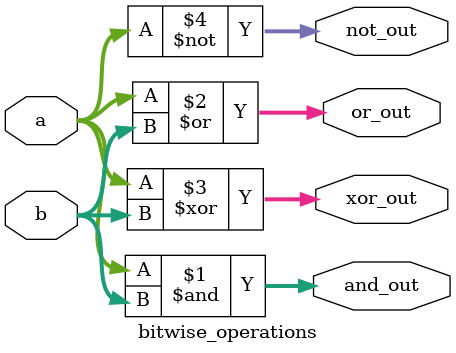
<source format=v>
module bitwise_operations(a, b, and_out, or_out, xor_out, not_out);
  input [3:0] a, b;
  output [3:0] and_out, or_out, xor_out, not_out;
  
  assign and_out = a & b;      // Bitwise AND
  assign or_out = a | b;      // Bitwise OR
  assign xor_out = a ^ b;     // Bitwise XOR
  assign not_out = ~a;        // Bitwise NOT
endmodule

</source>
